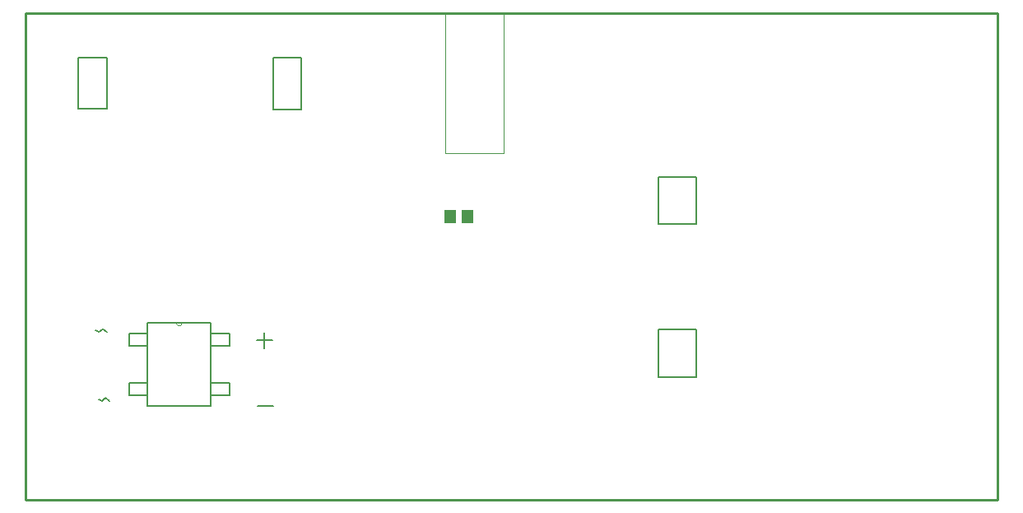
<source format=gbp>
G04*
G04 #@! TF.GenerationSoftware,Altium Limited,Altium Designer,18.0.12 (696)*
G04*
G04 Layer_Color=128*
%FSLAX43Y43*%
%MOMM*%
G71*
G01*
G75*
%ADD11C,0.000*%
%ADD13C,0.254*%
%ADD14C,0.127*%
%ADD16C,0.152*%
%ADD18C,0.198*%
%ADD73R,1.200X1.400*%
D11*
X91895Y43567D02*
G03*
X92505Y43567I305J0D01*
G01*
X119606Y75509D02*
X125606D01*
X119606Y61009D02*
X125606D01*
Y75509D01*
X119606Y61009D02*
Y72809D01*
X119606Y71397D02*
Y75509D01*
D13*
X76403Y25400D02*
X176403D01*
Y75413D01*
X76403D02*
X176403D01*
X76403Y25400D02*
Y75413D01*
D14*
X141501Y37999D02*
Y42899D01*
X145401Y37999D02*
Y42899D01*
X141501D02*
X145401D01*
X141501Y37999D02*
X145401D01*
X141501Y53699D02*
X145401D01*
X141501Y58599D02*
X145401D01*
Y53699D02*
Y58599D01*
X141501Y53699D02*
Y58599D01*
X101850Y65500D02*
X104750D01*
X101850D02*
Y70800D01*
X104750D01*
Y65500D02*
Y70800D01*
X81850Y70850D02*
X84750D01*
Y65550D02*
Y70850D01*
X81850Y65550D02*
X84750D01*
X81850D02*
Y70850D01*
D16*
X95451Y41230D02*
Y42450D01*
X97356D01*
Y41230D02*
Y42450D01*
X95451Y41230D02*
X97356D01*
X95451Y36150D02*
Y37370D01*
X97356D01*
Y36150D02*
Y37370D01*
X95451Y36150D02*
X97356D01*
X88949D02*
Y37370D01*
X87044Y36150D02*
X88949D01*
X87044D02*
Y37370D01*
X88949D01*
Y41230D02*
Y42450D01*
X87044Y41230D02*
X88949D01*
X87044D02*
Y42450D01*
X88949D01*
Y35033D02*
X95451D01*
X88949D02*
Y43567D01*
X91895D01*
X92505D01*
X95451D01*
Y35033D02*
Y43567D01*
D18*
X85061Y35564D02*
X84614Y35832D01*
X84257Y35564D01*
X83900Y35742D01*
X84764Y42657D02*
X84318Y42925D01*
X83961Y42657D01*
X83604Y42836D01*
X101865Y35038D02*
X100259D01*
X100989Y42569D02*
Y40962D01*
X101793Y41765D02*
X100186D01*
D73*
X120080Y54483D02*
D03*
X121880D02*
D03*
M02*

</source>
